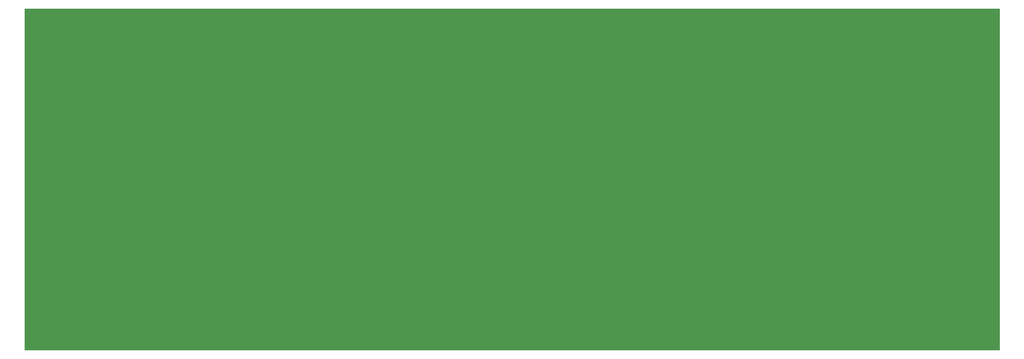
<source format=gbr>
G04 ===== Begin FILE IDENTIFICATION =====*
G04 File Format:  Gerber RS274X*
G04 ===== End FILE IDENTIFICATION =====*
%FSLAX24Y24*%
%MOMM*%
%SFA1.0000B1.0000*%
%OFA0.0B0.0*%
%ADD14R,170.892000X60.000000*%
%LNSM_L4*%
%IPPOS*%
%LPD*%
G75*
D14*
X155865Y0D03*
M02*


</source>
